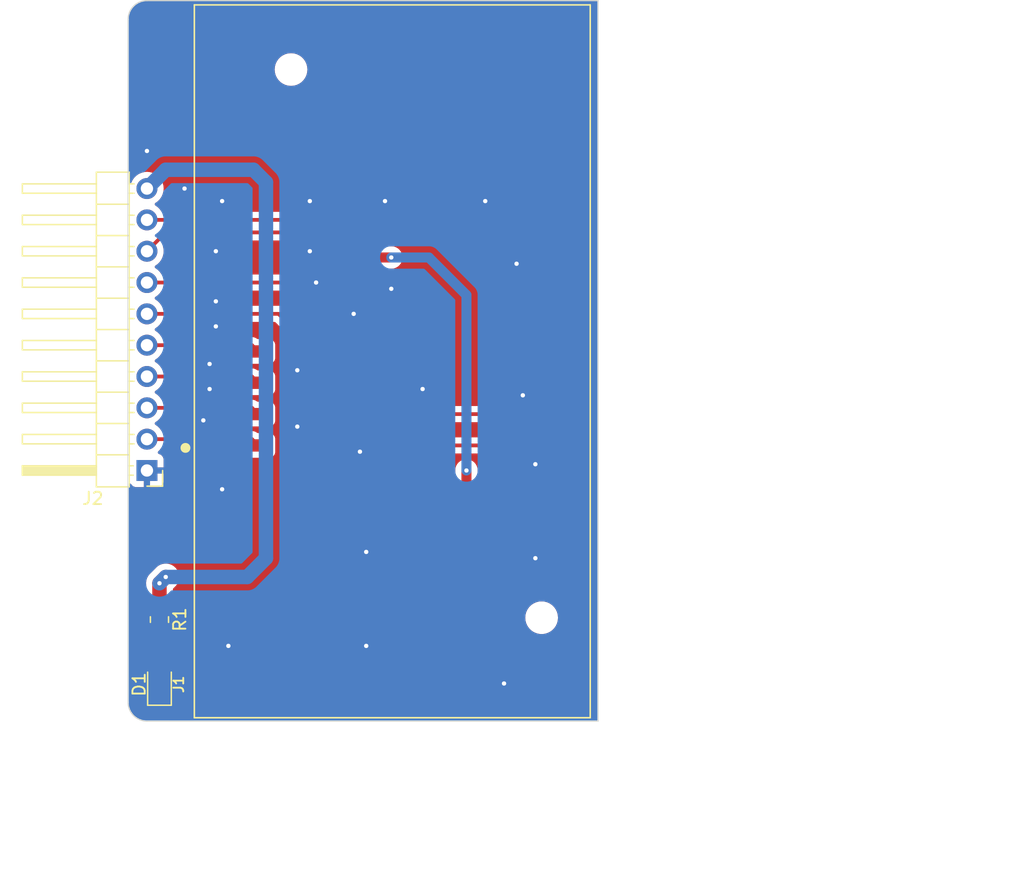
<source format=kicad_pcb>
(kicad_pcb (version 20221018) (generator pcbnew)
  (layers (0 "F.Cu" signal) (31 "B.Cu" signal) (34 "B.Paste" user) (35 "F.Paste" user) (36 "B.SilkS" user "B.Silkscreen") (37 "F.SilkS" user "F.Silkscreen") (38 "B.Mask" user) (39 "F.Mask" user) (44 "Edge.Cuts" user))
  (net 0 "")
  (net 1 "Net-(D1-K)")
  (net 2 "Net-(D1-A)")
  (net 3 "Net-(J2-Pin_2)")
  (net 4 "Net-(J2-Pin_3)")
  (net 5 "Net-(J2-Pin_4)")
  (net 6 "Net-(J2-Pin_5)")
  (net 7 "Net-(J2-Pin_6)")
  (net 8 "Net-(J2-Pin_7)")
  (net 9 "Net-(J2-Pin_8)")
  (net 10 "Net-(J2-Pin_9)")
  (net 11 "GND")
  (net 12 "+3.3V")
  (footprint "LED_SMD:LED_0805_2012Metric" (layer "F.Cu") (at 104.648 126.5705 90)
    (fp_text reference "D1" (at 0 -1.65 90) (layer "F.SilkS"))
    (fp_text value "LED")
    (fp_line (start -1.685 -0.96) (end -1.685 0.96) (stroke (width 0.12)) (layer "F.SilkS"))
    (fp_line (start -1.685 0.96) (end 1 0.96) (stroke (width 0.12)) (layer "F.SilkS"))
    (fp_line (start 1 -0.96) (end -1.685 -0.96) (stroke (width 0.12)) (layer "F.SilkS"))
    (pad "1" smd roundrect (at -0.9375 0 90) (size 0.975 1.4) (layers "F.Cu" "F.Paste" "F.Mask") (net 1 "Net-(D1-K)"))
    (pad "2" smd roundrect (at 0.9375 0 90) (size 0.975 1.4) (layers "F.Cu" "F.Paste" "F.Mask") (net 2 "Net-(D1-A)"))
  )
  (footprint "Resistor_SMD:R_0805_2012Metric" (layer "F.Cu") (at 104.648 121.3085 -90)
    (fp_text reference "R1" (at 0 -1.65 90) (layer "F.SilkS"))
    (fp_text value "R")
    (fp_line (start -0.227064 -0.735) (end 0.227064 -0.735) (stroke (width 0.12)) (layer "F.SilkS"))
    (fp_line (start -0.227064 0.735) (end 0.227064 0.735) (stroke (width 0.12)) (layer "F.SilkS"))
    (pad "1" smd roundrect (at -0.9125 0 270) (size 1.025 1.4) (layers "F.Cu" "F.Paste" "F.Mask") (roundrect_rratio 0.243902439) (net 12 "+3.3V"))
    (pad "2" smd roundrect (at 0.9125 0 270) (size 1.025 1.4) (layers "F.Cu" "F.Paste" "F.Mask") (roundrect_rratio 0.243902439) (net 2 "Net-(D1-A)"))
  )
  (footprint "Connector_PinHeader_2.54mm:PinHeader_1x10_P2.54mm_Horizontal" (layer "F.Cu") (at 103.632 109.22 180)
    (fp_text reference "J2" (at 4.385 -2.27) (layer "F.SilkS"))
    (fp_text value "Conn_01x10_Socket")
    (fp_line (start -1.27 -1.27) (end 0 -1.27) (stroke (width 0.12)) (layer "F.SilkS"))
    (fp_line (start -1.27 0) (end -1.27 -1.27) (stroke (width 0.12)) (layer "F.SilkS"))
    (fp_line (start 1.042929 2.16) (end 1.44 2.16) (stroke (width 0.12)) (layer "F.SilkS"))
    (fp_line (start 1.042929 2.92) (end 1.44 2.92) (stroke (width 0.12)) (layer "F.SilkS"))
    (fp_line (start 1.042929 4.7) (end 1.44 4.7) (stroke (width 0.12)) (layer "F.SilkS"))
    (fp_line (start 1.042929 5.46) (end 1.44 5.46) (stroke (width 0.12)) (layer "F.SilkS"))
    (fp_line (start 1.042929 7.24) (end 1.44 7.24) (stroke (width 0.12)) (layer "F.SilkS"))
    (fp_line (start 1.042929 8) (end 1.44 8) (stroke (width 0.12)) (layer "F.SilkS"))
    (fp_line (start 1.042929 9.78) (end 1.44 9.78) (stroke (width 0.12)) (layer "F.SilkS"))
    (fp_line (start 1.042929 10.54) (end 1.44 10.54) (stroke (width 0.12)) (layer "F.SilkS"))
    (fp_line (start 1.042929 12.32) (end 1.44 12.32) (stroke (width 0.12)) (layer "F.SilkS"))
    (fp_line (start 1.042929 13.08) (end 1.44 13.08) (stroke (width 0.12)) (layer "F.SilkS"))
    (fp_line (start 1.042929 14.86) (end 1.44 14.86) (stroke (width 0.12)) (layer "F.SilkS"))
    (fp_line (start 1.042929 15.62) (end 1.44 15.62) (stroke (width 0.12)) (layer "F.SilkS"))
    (fp_line (start 1.042929 17.4) (end 1.44 17.4) (stroke (width 0.12)) (layer "F.SilkS"))
    (fp_line (start 1.042929 18.16) (end 1.44 18.16) (stroke (width 0.12)) (layer "F.SilkS"))
    (fp_line (start 1.042929 19.94) (end 1.44 19.94) (stroke (width 0.12)) (layer "F.SilkS"))
    (fp_line (start 1.042929 20.7) (end 1.44 20.7) (stroke (width 0.12)) (layer "F.SilkS"))
    (fp_line (start 1.042929 22.48) (end 1.44 22.48) (stroke (width 0.12)) (layer "F.SilkS"))
    (fp_line (start 1.042929 23.24) (end 1.44 23.24) (stroke (width 0.12)) (layer "F.SilkS"))
    (fp_line (start 1.11 -0.38) (end 1.44 -0.38) (stroke (width 0.12)) (layer "F.SilkS"))
    (fp_line (start 1.11 0.38) (end 1.44 0.38) (stroke (width 0.12)) (layer "F.SilkS"))
    (fp_line (start 1.44 -1.33) (end 1.44 24.19) (stroke (width 0.12)) (layer "F.SilkS"))
    (fp_line (start 1.44 1.27) (end 4.1 1.27) (stroke (width 0.12)) (layer "F.SilkS"))
    (fp_line (start 1.44 3.81) (end 4.1 3.81) (stroke (width 0.12)) (layer "F.SilkS"))
    (fp_line (start 1.44 6.35) (end 4.1 6.35) (stroke (width 0.12)) (layer "F.SilkS"))
    (fp_line (start 1.44 8.89) (end 4.1 8.89) (stroke (width 0.12)) (layer "F.SilkS"))
    (fp_line (start 1.44 11.43) (end 4.1 11.43) (stroke (width 0.12)) (layer "F.SilkS"))
    (fp_line (start 1.44 13.97) (end 4.1 13.97) (stroke (width 0.12)) (layer "F.SilkS"))
    (fp_line (start 1.44 16.51) (end 4.1 16.51) (stroke (width 0.12)) (layer "F.SilkS"))
    (fp_line (start 1.44 19.05) (end 4.1 19.05) (stroke (width 0.12)) (layer "F.SilkS"))
    (fp_line (start 1.44 21.59) (end 4.1 21.59) (stroke (width 0.12)) (layer "F.SilkS"))
    (fp_line (start 1.44 24.19) (end 4.1 24.19) (stroke (width 0.12)) (layer "F.SilkS"))
    (fp_line (start 4.1 -1.33) (end 1.44 -1.33) (stroke (width 0.12)) (layer "F.SilkS"))
    (fp_line (start 4.1 -0.38) (end 10.1 -0.38) (stroke (width 0.12)) (layer "F.SilkS"))
    (fp_line (start 4.1 -0.32) (end 10.1 -0.32) (stroke (width 0.12)) (layer "F.SilkS"))
    (fp_line (start 4.1 -0.2) (end 10.1 -0.2) (stroke (width 0.12)) (layer "F.SilkS"))
    (fp_line (start 4.1 -0.08) (end 10.1 -0.08) (stroke (width 0.12)) (layer "F.SilkS"))
    (fp_line (start 4.1 0.04) (end 10.1 0.04) (stroke (width 0.12)) (layer "F.SilkS"))
    (fp_line (start 4.1 0.16) (end 10.1 0.16) (stroke (width 0.12)) (layer "F.SilkS"))
    (fp_line (start 4.1 0.28) (end 10.1 0.28) (stroke (width 0.12)) (layer "F.SilkS"))
    (fp_line (start 4.1 2.16) (end 10.1 2.16) (stroke (width 0.12)) (layer "F.SilkS"))
    (fp_line (start 4.1 4.7) (end 10.1 4.7) (stroke (width 0.12)) (layer "F.SilkS"))
    (fp_line (start 4.1 7.24) (end 10.1 7.24) (stroke (width 0.12)) (layer "F.SilkS"))
    (fp_line (start 4.1 9.78) (end 10.1 9.78) (stroke (width 0.12)) (layer "F.SilkS"))
    (fp_line (start 4.1 12.32) (end 10.1 12.32) (stroke (width 0.12)) (layer "F.SilkS"))
    (fp_line (start 4.1 14.86) (end 10.1 14.86) (stroke (width 0.12)) (layer "F.SilkS"))
    (fp_line (start 4.1 17.4) (end 10.1 17.4) (stroke (width 0.12)) (layer "F.SilkS"))
    (fp_line (start 4.1 19.94) (end 10.1 19.94) (stroke (width 0.12)) (layer "F.SilkS"))
    (fp_line (start 4.1 22.48) (end 10.1 22.48) (stroke (width 0.12)) (layer "F.SilkS"))
    (fp_line (start 4.1 24.19) (end 4.1 -1.33) (stroke (width 0.12)) (layer "F.SilkS"))
    (fp_line (start 10.1 -0.38) (end 10.1 0.38) (stroke (width 0.12)) (layer "F.SilkS"))
    (fp_line (start 10.1 0.38) (end 4.1 0.38) (stroke (width 0.12)) (layer "F.SilkS"))
    (fp_line (start 10.1 2.16) (end 10.1 2.92) (stroke (width 0.12)) (layer "F.SilkS"))
    (fp_line (start 10.1 2.92) (end 4.1 2.92) (stroke (width 0.12)) (layer "F.SilkS"))
    (fp_line (start 10.1 4.7) (end 10.1 5.46) (stroke (width 0.12)) (layer "F.SilkS"))
    (fp_line (start 10.1 5.46) (end 4.1 5.46) (stroke (width 0.12)) (layer "F.SilkS"))
    (fp_line (start 10.1 7.24) (end 10.1 8) (stroke (width 0.12)) (layer "F.SilkS"))
    (fp_line (start 10.1 8) (end 4.1 8) (stroke (width 0.12)) (layer "F.SilkS"))
    (fp_line (start 10.1 9.78) (end 10.1 10.54) (stroke (width 0.12)) (layer "F.SilkS"))
    (fp_line (start 10.1 10.54) (end 4.1 10.54) (stroke (width 0.12)) (layer "F.SilkS"))
    (fp_line (start 10.1 12.32) (end 10.1 13.08) (stroke (width 0.12)) (layer "F.SilkS"))
    (fp_line (start 10.1 13.08) (end 4.1 13.08) (stroke (width 0.12)) (layer "F.SilkS"))
    (fp_line (start 10.1 14.86) (end 10.1 15.62) (stroke (width 0.12)) (layer "F.SilkS"))
    (fp_line (start 10.1 15.62) (end 4.1 15.62) (stroke (width 0.12)) (layer "F.SilkS"))
    (fp_line (start 10.1 17.4) (end 10.1 18.16) (stroke (width 0.12)) (layer "F.SilkS"))
    (fp_line (start 10.1 18.16) (end 4.1 18.16) (stroke (width 0.12)) (layer "F.SilkS"))
    (fp_line (start 10.1 19.94) (end 10.1 20.7) (stroke (width 0.12)) (layer "F.SilkS"))
    (fp_line (start 10.1 20.7) (end 4.1 20.7) (stroke (width 0.12)) (layer "F.SilkS"))
    (fp_line (start 10.1 22.48) (end 10.1 23.24) (stroke (width 0.12)) (layer "F.SilkS"))
    (fp_line (start 10.1 23.24) (end 4.1 23.24) (stroke (width 0.12)) (layer "F.SilkS"))
    (pad "1" thru_hole rect (at 0 0 180) (size 1.7 1.7) (drill 1) (layers "*.Cu" "*.Mask") (net 11 "GND"))
    (pad "2" thru_hole oval (at 0 2.54 180) (size 1.7 1.7) (drill 1) (layers "*.Cu" "*.Mask") (net 3 "Net-(J2-Pin_2)"))
    (pad "3" thru_hole oval (at 0 5.08 180) (size 1.7 1.7) (drill 1) (layers "*.Cu" "*.Mask") (net 4 "Net-(J2-Pin_3)"))
    (pad "4" thru_hole oval (at 0 7.62 180) (size 1.7 1.7) (drill 1) (layers "*.Cu" "*.Mask") (net 5 "Net-(J2-Pin_4)"))
    (pad "5" thru_hole oval (at 0 10.16 180) (size 1.7 1.7) (drill 1) (layers "*.Cu" "*.Mask") (net 6 "Net-(J2-Pin_5)"))
    (pad "6" thru_hole oval (at 0 12.7 180) (size 1.7 1.7) (drill 1) (layers "*.Cu" "*.Mask") (net 7 "Net-(J2-Pin_6)"))
    (pad "7" thru_hole oval (at 0 15.24 180) (size 1.7 1.7) (drill 1) (layers "*.Cu" "*.Mask") (net 8 "Net-(J2-Pin_7)"))
    (pad "8" thru_hole oval (at 0 17.78 180) (size 1.7 1.7) (drill 1) (layers "*.Cu" "*.Mask") (net 9 "Net-(J2-Pin_8)"))
    (pad "9" thru_hole oval (at 0 20.32 180) (size 1.7 1.7) (drill 1) (layers "*.Cu" "*.Mask") (net 10 "Net-(J2-Pin_9)"))
    (pad "10" thru_hole oval (at 0 22.86 180) (size 1.7 1.7) (drill 1) (layers "*.Cu" "*.Mask") (net 12 "+3.3V"))
  )
  (footprint "footprints:TE_5145300-3" (layer "F.Cu") (at 123.526 100.368 90)
    (fp_text reference "J1" (at -26.197925 -17.313255 90) (layer "F.SilkS") (effects (font (size 0.800244 0.800244))))
    (fp_text value "5145300-3")
    (fp_line (start -28.9 -16.05) (end 28.9 -16.05) (stroke (width 0.127)) (layer "F.SilkS"))
    (fp_line (start -28.9 16.05) (end -28.9 -16.05) (stroke (width 0.127)) (layer "F.SilkS"))
    (fp_line (start 28.9 -16.05) (end 28.9 16.05) (stroke (width 0.127)) (layer "F.SilkS"))
    (fp_line (start 28.9 16.05) (end -28.9 16.05) (stroke (width 0.127)) (layer "F.SilkS"))
    (fp_circle (center -7.02 -16.77) (end -6.82 -16.77) (stroke (width 0.4)) (fill none) (layer "F.SilkS"))
    (pad "" np_thru_hole circle (at -20.79 12.11 90) (size 2.15 2.15) (drill 2.15) (layers "*.Cu" "*.Mask"))
    (pad "" np_thru_hole circle (at 23.66 -8.21 90) (size 2.15 2.15) (drill 2.15) (layers "*.Cu" "*.Mask"))
    (pad "C1" smd rect (at -6.82 -10.87 180) (size 1.75 1) (layers "F.Cu" "F.Paste" "F.Mask") (net 3 "Net-(J2-Pin_2)"))
    (pad "C2" smd rect (at -4.28 -10.87 180) (size 1.75 1) (layers "F.Cu" "F.Paste" "F.Mask") (net 4 "Net-(J2-Pin_3)"))
    (pad "C3" smd rect (at -1.74 -10.87 180) (size 1.75 1) (layers "F.Cu" "F.Paste" "F.Mask") (net 5 "Net-(J2-Pin_4)"))
    (pad "C4" smd rect (at 0.8 -10.87 180) (size 1.75 1) (layers "F.Cu" "F.Paste" "F.Mask") (net 6 "Net-(J2-Pin_5)"))
    (pad "C5" smd rect (at -6.82 14.77 180) (size 1.75 1) (layers "F.Cu" "F.Paste" "F.Mask") (net 7 "Net-(J2-Pin_6)"))
    (pad "C6" smd rect (at -4.28 14.77 180) (size 1.75 1) (layers "F.Cu" "F.Paste" "F.Mask") (net 8 "Net-(J2-Pin_7)"))
    (pad "C7" smd rect (at -1.74 14.77 180) (size 1.75 1) (layers "F.Cu" "F.Paste" "F.Mask") (net 9 "Net-(J2-Pin_8)"))
    (pad "C8" smd rect (at 0.8 14.77 180) (size 1.75 1) (layers "F.Cu" "F.Paste" "F.Mask") (net 10 "Net-(J2-Pin_9)"))
    (pad "SW1" smd rect (at 5.88 -3.54 180) (size 1.75 1) (layers "F.Cu" "F.Paste" "F.Mask") (net 11 "GND"))
    (pad "SW2" smd rect (at 8.42 -3.54 180) (size 1.75 1) (layers "F.Cu" "F.Paste" "F.Mask") (net 1 "Net-(D1-K)"))
  )
  (gr_line (start 102.108 72.644) (end 102.105692 128.014755) (stroke (width 0.1)) (layer "Edge.Cuts"))
  (gr_line (start 140.208 71.12) (end 103.632 71.12) (stroke (width 0.1)) (layer "Edge.Cuts"))
  (gr_line (start 103.629692 129.538755) (end 140.208 129.54) (stroke (width 0.1)) (layer "Edge.Cuts"))
  (gr_arc (start 103.629692 129.538755) (mid 102.552061 129.092386) (end 102.105692 128.014755) (stroke (width 0.1)) (layer "Edge.Cuts"))
  (gr_line (start 140.208 129.54) (end 140.208 71.12) (stroke (width 0.1)) (layer "Edge.Cuts"))
  (gr_arc (start 102.108 72.644) (mid 102.554369 71.566369) (end 103.632 71.12) (stroke (width 0.1)) (layer "Edge.Cuts"))
  (segment (start 123.444 91.948) (end 119.986 91.948) (width 0.8128) (layer "F.Cu") (net 1))
  (segment (start 104.648 127.508) (end 124.46 127.508) (width 0.8128) (layer "F.Cu") (net 1))
  (segment (start 129.54 122.428) (end 129.54 109.22) (width 0.8128) (layer "F.Cu") (net 1))
  (segment (start 124.46 127.508) (end 129.54 122.428) (width 0.8128) (layer "F.Cu") (net 1))
  (via (at 123.444 91.948) (size 0.6548) (drill 0.35) (layers "F.Cu" "B.Cu") (net 1))
  (via (at 129.54 109.22) (size 0.6548) (drill 0.35) (layers "F.Cu" "B.Cu") (net 1))
  (segment (start 126.492 91.948) (end 123.444 91.948) (width 0.8128) (layer "B.Cu") (net 1))
  (segment (start 129.54 94.996) (end 126.492 91.948) (width 0.8128) (layer "B.Cu") (net 1))
  (segment (start 129.54 109.22) (end 129.54 94.996) (width 0.8128) (layer "B.Cu") (net 1))
  (segment (start 104.648 125.633) (end 104.648 122.221) (width 1.27) (layer "F.Cu") (net 2))
  (segment (start 112.148 106.68) (end 112.656 107.188) (width 0.3048) (layer "F.Cu") (net 3))
  (segment (start 103.632 106.68) (end 112.148 106.68) (width 0.3048) (layer "F.Cu") (net 3))
  (segment (start 112.148 104.14) (end 112.656 104.648) (width 0.3048) (layer "F.Cu") (net 4))
  (segment (start 103.632 104.14) (end 112.148 104.14) (width 0.3048) (layer "F.Cu") (net 4))
  (segment (start 112.148 101.6) (end 112.656 102.108) (width 0.3048) (layer "F.Cu") (net 5))
  (segment (start 103.632 101.6) (end 112.148 101.6) (width 0.3048) (layer "F.Cu") (net 5))
  (segment (start 103.632 99.06) (end 112.148 99.06) (width 0.3048) (layer "F.Cu") (net 6))
  (segment (start 112.148 99.06) (end 112.656 99.568) (width 0.3048) (layer "F.Cu") (net 6))
  (segment (start 114.3 96.52) (end 124.968 107.188) (width 0.3048) (layer "F.Cu") (net 7))
  (segment (start 124.968 107.188) (end 138.296 107.188) (width 0.3048) (layer "F.Cu") (net 7))
  (segment (start 103.632 96.52) (end 114.3 96.52) (width 0.3048) (layer "F.Cu") (net 7))
  (segment (start 138.296 104.648) (end 125.476 104.648) (width 0.3048) (layer "F.Cu") (net 8))
  (segment (start 125.476 104.648) (end 114.808 93.98) (width 0.3048) (layer "F.Cu") (net 8))
  (segment (start 114.808 93.98) (end 103.632 93.98) (width 0.3048) (layer "F.Cu") (net 8))
  (segment (start 136.652 102.108) (end 138.296 102.108) (width 0.3048) (layer "F.Cu") (net 9))
  (segment (start 136.144 90.932) (end 136.144 101.6) (width 0.3048) (layer "F.Cu") (net 9))
  (segment (start 135.128 89.916) (end 136.144 90.932) (width 0.3048) (layer "F.Cu") (net 9))
  (segment (start 105.156 89.916) (end 135.128 89.916) (width 0.3048) (layer "F.Cu") (net 9))
  (segment (start 103.632 91.44) (end 105.156 89.916) (width 0.3048) (layer "F.Cu") (net 9))
  (segment (start 136.144 101.6) (end 136.652 102.108) (width 0.3048) (layer "F.Cu") (net 9))
  (segment (start 138.296 90.544) (end 138.296 99.568) (width 0.3048) (layer "F.Cu") (net 10))
  (segment (start 103.632 88.9) (end 136.652 88.9) (width 0.3048) (layer "F.Cu") (net 10))
  (segment (start 136.652 88.9) (end 138.296 90.544) (width 0.3048) (layer "F.Cu") (net 10))
  (via (at 115.824 101.092) (size 0.6548) (drill 0.35) (layers "F.Cu" "B.Cu") (net 11))
  (via (at 109.22 97.536) (size 0.6548) (drill 0.35) (layers "F.Cu" "B.Cu") (net 11))
  (via (at 120.904 107.696) (size 0.6548) (drill 0.35) (layers "F.Cu" "B.Cu") (net 11))
  (via (at 133.604 92.456) (size 0.6548) (drill 0.35) (layers "F.Cu" "B.Cu") (net 11))
  (via (at 103.632 83.312) (size 0.6548) (drill 0.35) (layers "F.Cu" "B.Cu") (net 11))
  (via (at 108.712 100.584) (size 0.6548) (drill 0.35) (layers "F.Cu" "B.Cu") (net 11))
  (via (at 116.84 91.44) (size 0.6548) (drill 0.35) (layers "F.Cu" "B.Cu") (net 11))
  (via (at 132.588 126.492) (size 0.6548) (drill 0.35) (layers "F.Cu" "B.Cu") (net 11))
  (via (at 134.112 103.124) (size 0.6548) (drill 0.35) (layers "F.Cu" "B.Cu") (net 11))
  (via (at 121.412 115.824) (size 0.6548) (drill 0.35) (layers "F.Cu" "B.Cu") (net 11))
  (via (at 135.128 116.332) (size 0.6548) (drill 0.35) (layers "F.Cu" "B.Cu") (net 11))
  (via (at 116.84 87.376) (size 0.6548) (drill 0.35) (layers "F.Cu" "B.Cu") (net 11))
  (via (at 125.984 102.616) (size 0.6548) (drill 0.35) (layers "F.Cu" "B.Cu") (net 11))
  (via (at 115.824 105.664) (size 0.6548) (drill 0.35) (layers "F.Cu" "B.Cu") (net 11))
  (via (at 135.128 108.712) (size 0.6548) (drill 0.35) (layers "F.Cu" "B.Cu") (net 11))
  (via (at 108.204 105.156) (size 0.6548) (drill 0.35) (layers "F.Cu" "B.Cu") (net 11))
  (via (at 109.22 91.44) (size 0.6548) (drill 0.35) (layers "F.Cu" "B.Cu") (net 11))
  (via (at 109.728 87.376) (size 0.6548) (drill 0.35) (layers "F.Cu" "B.Cu") (net 11))
  (via (at 122.936 87.376) (size 0.6548) (drill 0.35) (layers "F.Cu" "B.Cu") (net 11))
  (via (at 108.712 102.616) (size 0.6548) (drill 0.35) (layers "F.Cu" "B.Cu") (net 11))
  (via (at 109.728 110.744) (size 0.6548) (drill 0.35) (layers "F.Cu" "B.Cu") (net 11))
  (via (at 121.412 123.444) (size 0.6548) (drill 0.35) (layers "F.Cu" "B.Cu") (net 11))
  (via (at 123.444 94.488) (size 0.6548) (drill 0.35) (layers "F.Cu" "B.Cu") (net 11))
  (via (at 109.22 95.504) (size 0.6548) (drill 0.35) (layers "F.Cu" "B.Cu") (net 11))
  (via (at 131.064 87.376) (size 0.6548) (drill 0.35) (layers "F.Cu" "B.Cu") (net 11))
  (via (at 120.396 96.52) (size 0.6548) (drill 0.35) (layers "F.Cu" "B.Cu") (net 11))
  (via (at 110.236 123.444) (size 0.6548) (drill 0.35) (layers "F.Cu" "B.Cu") (net 11))
  (via (at 106.68 86.36) (size 0.6548) (drill 0.35) (layers "F.Cu" "B.Cu") (net 11))
  (via (at 117.348 93.98) (size 0.6548) (drill 0.35) (layers "F.Cu" "B.Cu") (net 11))
  (segment (start 104.648 118.364) (end 104.648 120.396) (width 1.1684) (layer "F.Cu") (net 12))
  (segment (start 105.156 117.856) (end 104.648 118.364) (width 1.1684) (layer "F.Cu") (net 12))
  (via (at 105.156 117.856) (size 0.6548) (drill 0.35) (layers "F.Cu" "B.Cu") (net 12))
  (via (at 104.648 118.364) (size 0.6548) (drill 0.35) (layers "F.Cu" "B.Cu") (net 12))
  (segment (start 111.76 117.856) (end 105.156 117.856) (width 1.1684) (layer "B.Cu") (net 12))
  (segment (start 103.632 86.36) (end 105.156 84.836) (width 1.1684) (layer "B.Cu") (net 12))
  (segment (start 113.284 85.852) (end 113.284 116.332) (width 1.1684) (layer "B.Cu") (net 12))
  (segment (start 105.156 117.856) (end 104.648 118.364) (width 1.1684) (layer "B.Cu") (net 12))
  (segment (start 112.268 84.836) (end 113.284 85.852) (width 1.1684) (layer "B.Cu") (net 12))
  (segment (start 105.156 84.836) (end 112.268 84.836) (width 1.1684) (layer "B.Cu") (net 12))
  (segment (start 113.284 116.332) (end 111.76 117.856) (width 1.1684) (layer "B.Cu") (net 12))
  (zone locked (net 11) (net_name "GND") (layer "F.Cu") (connect_pads (clearance 0.5)) (min_thickness 0.25) (fill yes (thermal_gap 0.5) (thermal_bridge_width 0.5))
    (polygon (pts (xy 102.108 71.12) (xy 140.208 71.12) (xy 140.208 129.54) (xy 102.108 129.54)))
  )
  (zone locked (net 11) (net_name "GND") (layer "B.Cu") (priority 1) (connect_pads (clearance 0.5)) (min_thickness 0.25) (fill yes (thermal_gap 0.5) (thermal_bridge_width 0.5))
    (polygon (pts (xy 102.108 71.12) (xy 140.208 71.12) (xy 140.208 129.54) (xy 102.108 129.54)))
  )
)
</source>
